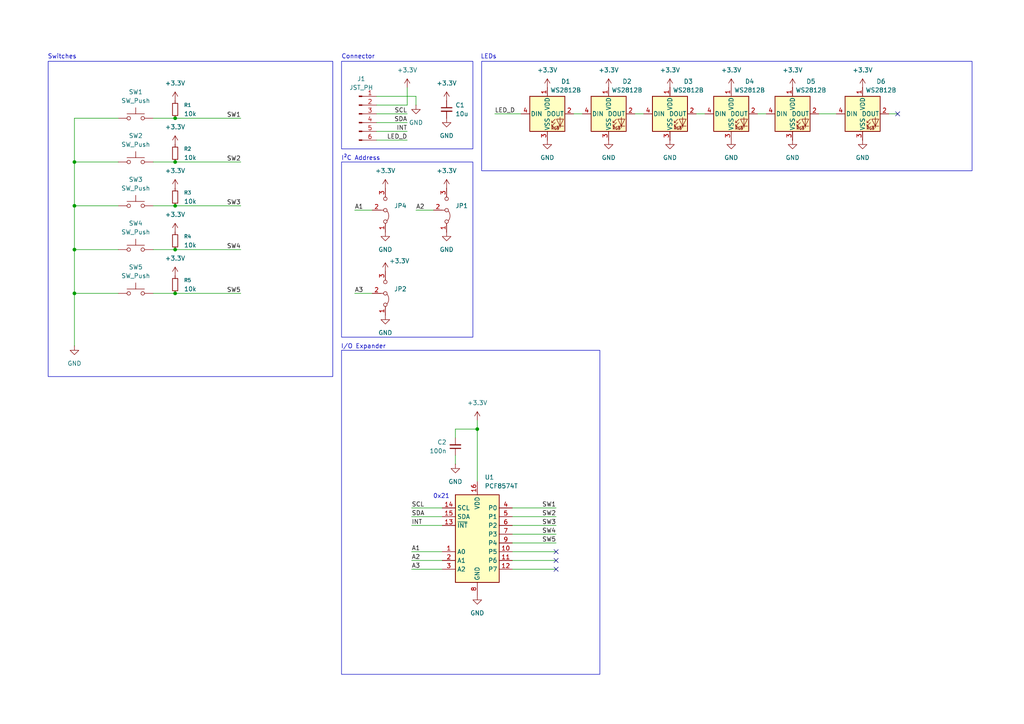
<source format=kicad_sch>
(kicad_sch (version 20250114) (generator "eeschema") (generator_version "9.0")
  (paper "A4")
  (lib_symbols
    (symbol "Connector:Conn_01x06_Pin" (pin_names (offset 1.016) (hide yes))
      (property "Reference" "J" (at 0 7.62 0))
      (property "Value" "Conn_01x06_Pin" (at 0 -10.16 0))
      (symbol "Conn_01x06_Pin_1_1"
        (rectangle (start 0.8636 5.207) (end 0 4.953) (stroke (width 0.1524)) (fill (type outline)))
        (rectangle (start 0.8636 2.667) (end 0 2.413) (stroke (width 0.1524)) (fill (type outline)))
        (rectangle (start 0.8636 0.127) (end 0 -0.127) (stroke (width 0.1524)) (fill (type outline)))
        (rectangle (start 0.8636 -2.413) (end 0 -2.667) (stroke (width 0.1524)) (fill (type outline)))
        (rectangle (start 0.8636 -4.953) (end 0 -5.207) (stroke (width 0.1524)) (fill (type outline)))
        (rectangle (start 0.8636 -7.493) (end 0 -7.747) (stroke (width 0.1524)) (fill (type outline)))
        (polyline (pts (xy 1.27 5.08) (xy 0.8636 5.08)) (stroke (width 0.1524)))
        (polyline (pts (xy 1.27 2.54) (xy 0.8636 2.54)) (stroke (width 0.1524)))
        (polyline (pts (xy 1.27 0) (xy 0.8636 0)) (stroke (width 0.1524)))
        (polyline (pts (xy 1.27 -2.54) (xy 0.8636 -2.54)) (stroke (width 0.1524)))
        (polyline (pts (xy 1.27 -5.08) (xy 0.8636 -5.08)) (stroke (width 0.1524)))
        (polyline (pts (xy 1.27 -7.62) (xy 0.8636 -7.62)) (stroke (width 0.1524)))
        (pin passive line (at 5.08 5.08 180) (length 3.81) (name "Pin_1") (number "1"))
        (pin passive line (at 5.08 2.54 180) (length 3.81) (name "Pin_2") (number "2"))
        (pin passive line (at 5.08 0 180) (length 3.81) (name "Pin_3") (number "3"))
        (pin passive line (at 5.08 -2.54 180) (length 3.81) (name "Pin_4") (number "4"))
        (pin passive line (at 5.08 -5.08 180) (length 3.81) (name "Pin_5") (number "5"))
        (pin passive line (at 5.08 -7.62 180) (length 3.81) (name "Pin_6") (number "6"))
      )
    )
    (symbol "Device:C_Small" (pin_numbers (hide yes)) (pin_names (offset 0.254) (hide yes))
      (property "Reference" "C" (at 0.254 1.778 0))
      (property "Value" "C_Small" (at 0.254 -2.032 0))
      (symbol "C_Small_0_1"
        (polyline (pts (xy -1.524 0.508) (xy 1.524 0.508)) (stroke (width 0.3048)))
        (polyline (pts (xy -1.524 -0.508) (xy 1.524 -0.508)) (stroke (width 0.3302)))
      )
      (symbol "C_Small_1_1"
        (pin passive line (at 0 2.54 270) (length 2.032) (name "~") (number "1"))
        (pin passive line (at 0 -2.54 90) (length 2.032) (name "~") (number "2"))
      )
    )
    (symbol "Device:R_Small" (pin_numbers (hide yes)) (pin_names (offset 0.254) (hide yes))
      (property "Reference" "R" (at 0 0 90))
      (property "Value" "R_Small" (at 1.778 0 90))
      (symbol "R_Small_0_1"
        (rectangle (start -0.762 1.778) (end 0.762 -1.778) (stroke (width 0.2032)))
      )
      (symbol "R_Small_1_1"
        (pin passive line (at 0 2.54 270) (length 0.762) (name "~") (number "1"))
        (pin passive line (at 0 -2.54 90) (length 0.762) (name "~") (number "2"))
      )
    )
    (symbol "Interface_Expansion:PCF8574T"
      (property "Reference" "U" (at -6.35 12.954 0))
      (property "Value" "PCF8574T" (at 3.048 12.954 0))
      (symbol "PCF8574T_0_1"
        (rectangle (start -6.35 -13.97) (end 6.35 11.43) (stroke (width 0.254)) (fill (type background)))
      )
      (symbol "PCF8574T_1_1"
        (pin input line (at -10.16 7.62 0) (length 3.81) (name "SCL") (number "14"))
        (pin bidirectional line (at -10.16 5.08 0) (length 3.81) (name "SDA") (number "15"))
        (pin open_collector line (at -10.16 2.54 0) (length 3.81) (name "~{INT}") (number "13"))
        (pin input line (at -10.16 -5.08 0) (length 3.81) (name "A0") (number "1"))
        (pin input line (at -10.16 -7.62 0) (length 3.81) (name "A1") (number "2"))
        (pin input line (at -10.16 -10.16 0) (length 3.81) (name "A2") (number "3"))
        (pin power_in line (at 0 15.24 270) (length 3.81) (name "VDD") (number "16"))
        (pin power_in line (at 0 -17.78 90) (length 3.81) (name "GND") (number "8"))
        (pin bidirectional line (at 10.16 7.62 180) (length 3.81) (name "P0") (number "4"))
        (pin bidirectional line (at 10.16 5.08 180) (length 3.81) (name "P1") (number "5"))
        (pin bidirectional line (at 10.16 2.54 180) (length 3.81) (name "P2") (number "6"))
        (pin bidirectional line (at 10.16 0 180) (length 3.81) (name "P3") (number "7"))
        (pin bidirectional line (at 10.16 -2.54 180) (length 3.81) (name "P4") (number "9"))
        (pin bidirectional line (at 10.16 -5.08 180) (length 3.81) (name "P5") (number "10"))
        (pin bidirectional line (at 10.16 -7.62 180) (length 3.81) (name "P6") (number "11"))
        (pin bidirectional line (at 10.16 -10.16 180) (length 3.81) (name "P7") (number "12"))
      )
    )
    (symbol "Jumper:Jumper_3_Bridged12" (pin_names (offset 0) (hide yes)) (in_bom no)
      (property "Reference" "JP" (at -2.54 -2.54 0))
      (property "Value" "Jumper_3_Bridged12" (at 0 2.794 0))
      (symbol "Jumper_3_Bridged12_0_0"
        (circle (center -3.302 0) (radius 0.508))
        (circle (center 0 0) (radius 0.508))
        (circle (center 3.302 0) (radius 0.508))
      )
      (symbol "Jumper_3_Bridged12_0_1"
        (arc (start -3.048 0.508) (mid -1.651 0.9912) (end -0.254 0.508))
        (polyline (pts (xy 0 -1.27) (xy 0 -0.508)))
      )
      (symbol "Jumper_3_Bridged12_1_1"
        (pin passive line (at -6.35 0 0) (length 2.54) (name "A") (number "1"))
        (pin passive line (at 0 -3.81 90) (length 2.54) (name "C") (number "2"))
        (pin passive line (at 6.35 0 180) (length 2.54) (name "B") (number "3"))
      )
    )
    (symbol "LED:WS2812B" (pin_names (offset 0.254))
      (property "Reference" "D" (at 5.08 5.715 0))
      (property "Value" "WS2812B" (at 1.27 -5.715 0))
      (symbol "WS2812B_0_0"
        (text "RGB" (at 2.286 -4.191 0) (effects (font (size 0.762 0.762))))
      )
      (symbol "WS2812B_0_1"
        (polyline (pts (xy 1.27 -2.54) (xy 1.778 -2.54)))
        (polyline (pts (xy 1.27 -3.556) (xy 1.778 -3.556)))
        (polyline (pts (xy 2.286 -1.524) (xy 1.27 -2.54) (xy 1.27 -2.032)))
        (polyline (pts (xy 2.286 -2.54) (xy 1.27 -3.556) (xy 1.27 -3.048)))
        (polyline (pts (xy 3.683 -1.016) (xy 3.683 -3.556) (xy 3.683 -4.064)))
        (polyline (pts (xy 4.699 -1.524) (xy 2.667 -1.524) (xy 3.683 -3.556) (xy 4.699 -1.524)))
        (polyline (pts (xy 4.699 -3.556) (xy 2.667 -3.556)))
        (rectangle (start 5.08 5.08) (end -5.08 -5.08) (stroke (width 0.254)) (fill (type background)))
      )
      (symbol "WS2812B_1_1"
        (pin input line (at -7.62 0 0) (length 2.54) (name "DIN") (number "4"))
        (pin power_in line (at 0 7.62 270) (length 2.54) (name "VDD") (number "1"))
        (pin power_in line (at 0 -7.62 90) (length 2.54) (name "VSS") (number "3"))
        (pin output line (at 7.62 0 180) (length 2.54) (name "DOUT") (number "2"))
      )
    )
    (symbol "Switch:SW_Push" (pin_numbers (hide yes)) (pin_names (offset 1.016) (hide yes))
      (property "Reference" "SW" (at 1.27 2.54 0))
      (property "Value" "SW_Push" (at 0 -1.524 0))
      (symbol "SW_Push_0_1"
        (circle (center -2.032 0) (radius 0.508))
        (polyline (pts (xy 0 1.27) (xy 0 3.048)))
        (circle (center 2.032 0) (radius 0.508))
        (polyline (pts (xy 2.54 1.27) (xy -2.54 1.27)))
        (pin passive line (at -5.08 0 0) (length 2.54) (name "1") (number "1"))
        (pin passive line (at 5.08 0 180) (length 2.54) (name "2") (number "2"))
      )
    )
    (symbol "power:+3.3V" (power) (pin_numbers (hide yes)) (pin_names (offset 0) (hide yes))
      (property "Value" "+3.3V" (at 0 3.556 0))
      (symbol "+3.3V_0_1"
        (polyline (pts (xy -0.762 1.27) (xy 0 2.54)))
        (polyline (pts (xy 0 2.54) (xy 0.762 1.27)))
        (polyline (pts (xy 0 0) (xy 0 2.54)))
      )
      (symbol "+3.3V_1_1"
        (pin power_in line (at 0 0 90) (length 0) (name "~") (number "1"))
      )
    )
    (symbol "power:+5V" (power) (pin_numbers (hide yes)) (pin_names (offset 0) (hide yes))
      (property "Value" "+5V" (at 0 3.556 0))
      (symbol "+5V_0_1"
        (polyline (pts (xy -0.762 1.27) (xy 0 2.54)))
        (polyline (pts (xy 0 2.54) (xy 0.762 1.27)))
        (polyline (pts (xy 0 0) (xy 0 2.54)))
      )
      (symbol "+5V_1_1"
        (pin power_in line (at 0 0 90) (length 0) (name "~") (number "1"))
      )
    )
    (symbol "power:GND" (power) (pin_numbers (hide yes)) (pin_names (offset 0) (hide yes))
      (property "Value" "GND" (at 0 -3.81 0))
      (symbol "GND_0_1"
        (polyline (pts (xy 0 0) (xy 0 -1.27) (xy 1.27 -1.27) (xy 0 -2.54) (xy -1.27 -1.27) (xy 0 -1.27)))
      )
      (symbol "GND_1_1"
        (pin power_in line (at 0 0 270) (length 0) (name "~") (number "1"))
      )
    )
  )
  (rectangle (start 99.06 101.6) (end 173.99 195.58))
  (rectangle (start 139.7 17.78) (end 281.94 49.53))
  (rectangle (start 13.97 17.78) (end 96.52 109.22))
  (rectangle (start 99.06 46.99) (end 137.16 97.79))
  (rectangle (start 99.06 17.78) (end 137.16 43.18))
  (text "0x21" (at 128.016 144.018 0) (effects (font (size 1.27 1.27))))
  (text "I/O Expander" (at 105.41 100.584 0) (effects (font (size 1.27 1.27))))
  (text "LEDs" (at 141.732 16.51 0) (effects (font (size 1.27 1.27))))
  (text "I²C Address" (at 104.648 45.974 0) (effects (font (size 1.27 1.27))))
  (text "Connector" (at 103.886 16.51 0) (effects (font (size 1.27 1.27))))
  (text "Switches" (at 18.034 16.51 0) (effects (font (size 1.27 1.27))))
  (junction (at 21.59 46.99))
  (junction (at 50.8 72.39))
  (junction (at 21.59 72.39))
  (junction (at 50.8 46.99))
  (junction (at 50.8 59.69))
  (junction (at 21.59 85.09))
  (junction (at 50.8 85.09))
  (junction (at 138.43 124.46))
  (junction (at 21.59 59.69))
  (junction (at 50.8 34.29))
  (no_connect (at 161.29 160.02))
  (no_connect (at 161.29 162.56))
  (no_connect (at 260.35 33.02))
  (no_connect (at 161.29 165.1))
  (wire (pts (xy 184.15 33.02) (xy 186.69 33.02)))
  (wire (pts (xy 138.43 124.46) (xy 138.43 139.7)))
  (wire (pts (xy 21.59 59.69) (xy 21.59 72.39)))
  (wire (pts (xy 21.59 46.99) (xy 34.29 46.99)))
  (wire (pts (xy 257.81 33.02) (xy 260.35 33.02)))
  (wire (pts (xy 143.51 33.02) (xy 151.13 33.02)))
  (wire (pts (xy 132.08 132.08) (xy 132.08 134.62)))
  (wire (pts (xy 109.22 40.64) (xy 118.11 40.64)))
  (wire (pts (xy 138.43 121.92) (xy 138.43 124.46)))
  (wire (pts (xy 21.59 34.29) (xy 21.59 46.99)))
  (wire (pts (xy 119.38 149.86) (xy 128.27 149.86)))
  (wire (pts (xy 50.8 72.39) (xy 44.45 72.39)))
  (wire (pts (xy 21.59 72.39) (xy 21.59 85.09)))
  (wire (pts (xy 21.59 59.69) (xy 34.29 59.69)))
  (wire (pts (xy 148.59 149.86) (xy 161.29 149.86)))
  (wire (pts (xy 50.8 59.69) (xy 69.85 59.69)))
  (wire (pts (xy 148.59 165.1) (xy 161.29 165.1)))
  (wire (pts (xy 148.59 162.56) (xy 161.29 162.56)))
  (wire (pts (xy 107.95 60.96) (xy 102.87 60.96)))
  (wire (pts (xy 148.59 152.4) (xy 161.29 152.4)))
  (wire (pts (xy 148.59 157.48) (xy 161.29 157.48)))
  (wire (pts (xy 50.8 85.09) (xy 44.45 85.09)))
  (wire (pts (xy 50.8 72.39) (xy 69.85 72.39)))
  (wire (pts (xy 119.38 152.4) (xy 128.27 152.4)))
  (wire (pts (xy 237.49 33.02) (xy 242.57 33.02)))
  (wire (pts (xy 107.95 85.09) (xy 102.87 85.09)))
  (wire (pts (xy 109.22 27.94) (xy 120.65 27.94)))
  (wire (pts (xy 148.59 147.32) (xy 161.29 147.32)))
  (wire (pts (xy 50.8 85.09) (xy 69.85 85.09)))
  (wire (pts (xy 50.8 46.99) (xy 69.85 46.99)))
  (wire (pts (xy 21.59 85.09) (xy 21.59 100.33)))
  (wire (pts (xy 109.22 30.48) (xy 118.11 30.48)))
  (wire (pts (xy 119.38 147.32) (xy 128.27 147.32)))
  (wire (pts (xy 109.22 33.02) (xy 118.11 33.02)))
  (wire (pts (xy 44.45 34.29) (xy 50.8 34.29)))
  (wire (pts (xy 119.38 165.1) (xy 128.27 165.1)))
  (wire (pts (xy 50.8 59.69) (xy 44.45 59.69)))
  (wire (pts (xy 120.65 27.94) (xy 120.65 30.48)))
  (wire (pts (xy 50.8 34.29) (xy 69.85 34.29)))
  (wire (pts (xy 21.59 46.99) (xy 21.59 59.69)))
  (wire (pts (xy 166.37 33.02) (xy 168.91 33.02)))
  (wire (pts (xy 109.22 35.56) (xy 118.11 35.56)))
  (wire (pts (xy 34.29 85.09) (xy 21.59 85.09)))
  (wire (pts (xy 201.93 33.02) (xy 204.47 33.02)))
  (wire (pts (xy 148.59 160.02) (xy 161.29 160.02)))
  (wire (pts (xy 132.08 124.46) (xy 132.08 127)))
  (wire (pts (xy 119.38 160.02) (xy 128.27 160.02)))
  (wire (pts (xy 219.71 33.02) (xy 222.25 33.02)))
  (wire (pts (xy 34.29 34.29) (xy 21.59 34.29)))
  (wire (pts (xy 132.08 124.46) (xy 138.43 124.46)))
  (wire (pts (xy 109.22 38.1) (xy 118.11 38.1)))
  (wire (pts (xy 50.8 46.99) (xy 44.45 46.99)))
  (wire (pts (xy 119.38 162.56) (xy 128.27 162.56)))
  (wire (pts (xy 125.73 60.96) (xy 120.65 60.96)))
  (wire (pts (xy 118.11 25.4) (xy 118.11 30.48)))
  (wire (pts (xy 21.59 72.39) (xy 34.29 72.39)))
  (wire (pts (xy 148.59 154.94) (xy 161.29 154.94)))
  (label "INT" (at 118.11 38.1 180))
  (label "SCL" (at 118.11 33.02 180))
  (label "SDA" (at 119.38 149.86 0))
  (label "SW1" (at 161.29 147.32 180))
  (label "SW2" (at 161.29 149.86 180))
  (label "LED_D" (at 143.51 33.02 0))
  (label "SW3" (at 161.29 152.4 180))
  (label "A2" (at 120.65 60.96 0))
  (label "SW4" (at 161.29 154.94 180))
  (label "A1" (at 102.87 60.96 0))
  (label "SW3" (at 69.85 59.69 180))
  (label "SW1" (at 69.85 34.29 180))
  (label "SW2" (at 69.85 46.99 180))
  (label "LED_D" (at 118.11 40.64 180))
  (label "A2" (at 119.38 162.56 0))
  (label "A3" (at 119.38 165.1 0))
  (label "A1" (at 119.38 160.02 0))
  (label "SW4" (at 69.85 72.39 180))
  (label "SW5" (at 161.29 157.48 180))
  (label "INT" (at 119.38 152.4 0))
  (label "SW5" (at 69.85 85.09 180))
  (label "SDA" (at 118.11 35.56 180))
  (label "A3" (at 102.87 85.09 0))
  (label "SCL" (at 119.38 147.32 0))
  (symbol (lib_id "Device:R_Small") (at 50.8 82.55 0) (unit 1)
    (property "Reference" "R5" (at 53.34 81.2799 0) (effects (font (size 1.016 1.016)) (justify left)))
    (property "Value" "10k" (at 53.34 83.8199 0) (effects (justify left)))
    (property "Footprint" "Resistor_SMD:R_1206_3216Metric" (effects (hide yes)))
    (property "Description" "Resistor, small symbol" (effects (hide yes)))
  )
  (symbol (lib_id "Switch:SW_Push") (at 39.37 72.39 0) (unit 1)
    (property "Reference" "SW4" (at 39.37 64.77 0))
    (property "Value" "SW_Push" (at 39.37 67.31 0))
    (property "Footprint" "Button_Switch_Keyboard:SW_Cherry_MX_1.00u_PCB" (effects (hide yes)))
    (property "Description" "Push button switch, generic, two pins" (effects (hide yes)))
  )
  (symbol (lib_id "Device:C_Small") (at 132.08 129.54 0) (mirror x) (unit 1)
    (property "Reference" "C2" (at 129.54 128.2635 0) (effects (justify right)))
    (property "Value" "100n" (at 129.54 130.8035 0) (effects (justify right)))
    (property "Footprint" "Capacitor_SMD:C_1206_3216Metric" (effects (hide yes)))
    (property "Description" "Unpolarized capacitor, small symbol" (effects (hide yes)))
  )
  (symbol (lib_id "Switch:SW_Push") (at 39.37 34.29 0) (unit 1)
    (property "Reference" "SW1" (at 39.37 26.67 0))
    (property "Value" "SW_Push" (at 39.37 29.21 0))
    (property "Footprint" "Button_Switch_Keyboard:SW_Cherry_MX_1.00u_PCB" (effects (hide yes)))
    (property "Description" "Push button switch, generic, two pins" (effects (hide yes)))
  )
  (symbol (lib_id "LED:WS2812B") (at 250.19 33.02 0) (unit 1)
    (property "Reference" "D6" (at 255.524 23.622 0))
    (property "Value" "WS2812B" (at 255.524 26.162 0))
    (property "Footprint" "LED_SMD:LED_WS2812B_PLCC4_5.0x5.0mm_P3.2mm" (effects (hide yes)))
    (property "Datasheet" "https://cdn-shop.adafruit.com/datasheets/WS2812B.pdf" (effects (hide yes)))
    (property "Description" "RGB LED with integrated controller" (effects (hide yes)))
  )
  (symbol (lib_id "power:GND") (at 129.54 34.29 0) (unit 1)
    (property "Reference" "#PWR016" (effects (hide yes)))
    (property "Value" "GND" (at 129.54 39.37 0))
    (property "Description" "Power symbol creates a global label with name \"GND\" , ground" (effects (hide yes)))
  )
  (symbol (lib_id "power:+5V") (at 158.75 25.4 0) (unit 1)
    (property "Reference" "#PWR07" (effects (hide yes)))
    (property "Value" "+3.3V" (at 158.75 20.32 0))
    (property "Description" "Power symbol creates a global label with name \"+5V\"" (effects (hide yes)))
  )
  (symbol (lib_id "power:+5V") (at 176.53 25.4 0) (unit 1)
    (property "Reference" "#PWR018" (effects (hide yes)))
    (property "Value" "+3.3V" (at 176.53 20.32 0))
    (property "Description" "Power symbol creates a global label with name \"+5V\"" (effects (hide yes)))
  )
  (symbol (lib_id "power:GND") (at 120.65 30.48 0) (unit 1)
    (property "Reference" "#PWR08" (effects (hide yes)))
    (property "Value" "GND" (at 120.65 35.56 0))
    (property "Description" "Power symbol creates a global label with name \"GND\" , ground" (effects (hide yes)))
  )
  (symbol (lib_id "power:GND") (at 111.76 67.31 0) (unit 1)
    (property "Reference" "#PWR011" (effects (hide yes)))
    (property "Value" "GND" (at 111.76 72.39 0))
    (property "Description" "Power symbol creates a global label with name \"GND\" , ground" (effects (hide yes)))
  )
  (symbol (lib_id "Device:R_Small") (at 50.8 44.45 0) (unit 1)
    (property "Reference" "R2" (at 53.34 43.1799 0) (effects (font (size 1.016 1.016)) (justify left)))
    (property "Value" "10k" (at 53.34 45.7199 0) (effects (justify left)))
    (property "Footprint" "Resistor_SMD:R_1206_3216Metric" (effects (hide yes)))
    (property "Description" "Resistor, small symbol" (effects (hide yes)))
  )
  (symbol (lib_id "Device:R_Small") (at 50.8 57.15 0) (unit 1)
    (property "Reference" "R3" (at 53.34 55.8799 0) (effects (font (size 1.016 1.016)) (justify left)))
    (property "Value" "10k" (at 53.34 58.4199 0) (effects (justify left)))
    (property "Footprint" "Resistor_SMD:R_1206_3216Metric" (effects (hide yes)))
    (property "Description" "Resistor, small symbol" (effects (hide yes)))
  )
  (symbol (lib_id "power:GND") (at 176.53 40.64 0) (unit 1)
    (property "Reference" "#PWR021" (effects (hide yes)))
    (property "Value" "GND" (at 176.53 45.72 0))
    (property "Description" "Power symbol creates a global label with name \"GND\" , ground" (effects (hide yes)))
  )
  (symbol (lib_id "LED:WS2812B") (at 229.87 33.02 0) (unit 1)
    (property "Reference" "D5" (at 235.204 23.622 0))
    (property "Value" "WS2812B" (at 235.204 26.162 0))
    (property "Footprint" "LED_SMD:LED_WS2812B_PLCC4_5.0x5.0mm_P3.2mm" (effects (hide yes)))
    (property "Datasheet" "https://cdn-shop.adafruit.com/datasheets/WS2812B.pdf" (effects (hide yes)))
    (property "Description" "RGB LED with integrated controller" (effects (hide yes)))
  )
  (symbol (lib_id "power:GND") (at 158.75 40.64 0) (unit 1)
    (property "Reference" "#PWR020" (effects (hide yes)))
    (property "Value" "GND" (at 158.75 45.72 0))
    (property "Description" "Power symbol creates a global label with name \"GND\" , ground" (effects (hide yes)))
  )
  (symbol (lib_id "power:GND") (at 194.31 40.64 0) (unit 1)
    (property "Reference" "#PWR022" (effects (hide yes)))
    (property "Value" "GND" (at 194.31 45.72 0))
    (property "Description" "Power symbol creates a global label with name \"GND\" , ground" (effects (hide yes)))
  )
  (symbol (lib_id "Interface_Expansion:PCF8574T") (at 138.43 154.94 0) (unit 1)
    (property "Reference" "U1" (at 140.5733 138.43 0) (effects (justify left)))
    (property "Value" "PCF8574T" (at 140.5733 140.97 0) (effects (justify left)))
    (property "Footprint" "Package_SO:SOIC-16W_7.5x10.3mm_P1.27mm" (effects (hide yes)))
    (property "Datasheet" "http://www.nxp.com/docs/en/data-sheet/PCF8574_PCF8574A.pdf" (effects (hide yes)))
    (property "Description" "8 Bit Port/Expander to I2C Bus, fixed address bits 0b0100, SOIC-16" (effects (hide yes)))
  )
  (symbol (lib_id "Switch:SW_Push") (at 39.37 85.09 0) (unit 1)
    (property "Reference" "SW5" (at 39.37 77.47 0))
    (property "Value" "SW_Push" (at 39.37 80.01 0))
    (property "Footprint" "Button_Switch_Keyboard:SW_Cherry_MX_1.00u_PCB" (effects (hide yes)))
    (property "Description" "Push button switch, generic, two pins" (effects (hide yes)))
  )
  (symbol (lib_id "LED:WS2812B") (at 212.09 33.02 0) (unit 1)
    (property "Reference" "D4" (at 217.424 23.622 0))
    (property "Value" "WS2812B" (at 217.424 26.162 0))
    (property "Footprint" "LED_SMD:LED_WS2812B_PLCC4_5.0x5.0mm_P3.2mm" (effects (hide yes)))
    (property "Datasheet" "https://cdn-shop.adafruit.com/datasheets/WS2812B.pdf" (effects (hide yes)))
    (property "Description" "RGB LED with integrated controller" (effects (hide yes)))
  )
  (symbol (lib_id "power:+5V") (at 138.43 121.92 0) (unit 1)
    (property "Reference" "#PWR068" (effects (hide yes)))
    (property "Value" "+3.3V" (at 138.43 116.84 0))
    (property "Description" "Power symbol creates a global label with name \"+5V\"" (effects (hide yes)))
  )
  (symbol (lib_id "power:+5V") (at 50.8 29.21 0) (unit 1)
    (property "Reference" "#PWR02" (effects (hide yes)))
    (property "Value" "+3.3V" (at 50.8 24.13 0))
    (property "Description" "Power symbol creates a global label with name \"+5V\"" (effects (hide yes)))
  )
  (symbol (lib_id "power:GND") (at 21.59 100.33 0) (unit 1)
    (property "Reference" "#PWR01" (effects (hide yes)))
    (property "Value" "GND" (at 21.59 105.41 0))
    (property "Description" "Power symbol creates a global label with name \"GND\" , ground" (effects (hide yes)))
  )
  (symbol (lib_id "LED:WS2812B") (at 194.31 33.02 0) (unit 1)
    (property "Reference" "D3" (at 199.644 23.622 0))
    (property "Value" "WS2812B" (at 199.644 26.162 0))
    (property "Footprint" "LED_SMD:LED_WS2812B_PLCC4_5.0x5.0mm_P3.2mm" (effects (hide yes)))
    (property "Datasheet" "https://cdn-shop.adafruit.com/datasheets/WS2812B.pdf" (effects (hide yes)))
    (property "Description" "RGB LED with integrated controller" (effects (hide yes)))
  )
  (symbol (lib_id "power:+3.3V") (at 129.54 54.61 0) (unit 1)
    (property "Reference" "#PWR012" (effects (hide yes)))
    (property "Value" "+3.3V" (at 129.54 49.53 0))
    (property "Description" "Power symbol creates a global label with name \"+3.3V\"" (effects (hide yes)))
  )
  (symbol (lib_id "power:+5V") (at 50.8 41.91 0) (unit 1)
    (property "Reference" "#PWR03" (effects (hide yes)))
    (property "Value" "+3.3V" (at 50.8 36.83 0))
    (property "Description" "Power symbol creates a global label with name \"+5V\"" (effects (hide yes)))
  )
  (symbol (lib_id "power:+5V") (at 118.11 25.4 0) (unit 1)
    (property "Reference" "#PWR09" (effects (hide yes)))
    (property "Value" "+3.3V" (at 118.11 20.32 0))
    (property "Description" "Power symbol creates a global label with name \"+5V\"" (effects (hide yes)))
  )
  (symbol (lib_id "power:+5V") (at 212.09 25.4 0) (unit 1)
    (property "Reference" "#PWR023" (effects (hide yes)))
    (property "Value" "+3.3V" (at 212.09 20.32 0))
    (property "Description" "Power symbol creates a global label with name \"+5V\"" (effects (hide yes)))
  )
  (symbol (lib_id "Switch:SW_Push") (at 39.37 46.99 0) (unit 1)
    (property "Reference" "SW2" (at 39.37 39.37 0))
    (property "Value" "SW_Push" (at 39.37 41.91 0))
    (property "Footprint" "Button_Switch_Keyboard:SW_Cherry_MX_1.00u_PCB" (effects (hide yes)))
    (property "Description" "Push button switch, generic, two pins" (effects (hide yes)))
  )
  (symbol (lib_id "power:GND") (at 138.43 172.72 0) (unit 1)
    (property "Reference" "#PWR069" (effects (hide yes)))
    (property "Value" "GND" (at 138.43 177.8 0))
    (property "Description" "Power symbol creates a global label with name \"GND\" , ground" (effects (hide yes)))
  )
  (symbol (lib_id "power:+5V") (at 129.54 29.21 0) (unit 1)
    (property "Reference" "#PWR017" (effects (hide yes)))
    (property "Value" "+3.3V" (at 129.54 24.13 0))
    (property "Description" "Power symbol creates a global label with name \"+5V\"" (effects (hide yes)))
  )
  (symbol (lib_id "Jumper:Jumper_3_Bridged12") (at 111.76 85.09 270) (mirror x) (unit 1) (in_bom no)
    (property "Reference" "JP2" (at 114.3 83.8199 90) (effects (justify left)))
    (property "Value" "Jumper_3_Bridged12" (effects (hide yes)))
    (property "Footprint" "Jumper:SolderJumper-3_P1.3mm_Bridged2Bar12_Pad1.0x1.5mm" (effects (hide yes)))
    (property "Description" "Jumper, 3-pole, pins 1+2 closed/bridged" (effects (hide yes)))
  )
  (symbol (lib_id "power:GND") (at 212.09 40.64 0) (unit 1)
    (property "Reference" "#PWR024" (effects (hide yes)))
    (property "Value" "GND" (at 212.09 45.72 0))
    (property "Description" "Power symbol creates a global label with name \"GND\" , ground" (effects (hide yes)))
  )
  (symbol (lib_id "Device:C_Small") (at 129.54 31.75 0) (unit 1)
    (property "Reference" "C1" (at 132.08 30.4862 0) (effects (justify left)))
    (property "Value" "10u" (at 132.08 33.0262 0) (effects (justify left)))
    (property "Footprint" "Capacitor_THT:C_Radial_D6.3mm_H11.0mm_P2.50mm" (effects (hide yes)))
    (property "Description" "Unpolarized capacitor, small symbol" (effects (hide yes)))
  )
  (symbol (lib_id "power:GND") (at 111.76 91.44 0) (unit 1)
    (property "Reference" "#PWR015" (effects (hide yes)))
    (property "Value" "GND" (at 111.76 96.52 0))
    (property "Description" "Power symbol creates a global label with name \"GND\" , ground" (effects (hide yes)))
  )
  (symbol (lib_id "Connector:Conn_01x06_Pin") (at 104.14 33.02 0) (unit 1)
    (property "Reference" "J1" (at 104.775 22.86 0))
    (property "Value" "JST_PH" (at 104.775 25.4 0))
    (property "Footprint" "Connector_JST:JST_PH_B6B-PH-K_1x06_P2.00mm_Vertical" (effects (hide yes)))
    (property "Description" "Generic connector, single row, 01x06, script generated" (effects (hide yes)))
  )
  (symbol (lib_id "power:+5V") (at 50.8 80.01 0) (unit 1)
    (property "Reference" "#PWR06" (effects (hide yes)))
    (property "Value" "+3.3V" (at 50.8 74.93 0))
    (property "Description" "Power symbol creates a global label with name \"+5V\"" (effects (hide yes)))
  )
  (symbol (lib_id "Switch:SW_Push") (at 39.37 59.69 0) (unit 1)
    (property "Reference" "SW3" (at 39.37 52.07 0))
    (property "Value" "SW_Push" (at 39.37 54.61 0))
    (property "Footprint" "Button_Switch_Keyboard:SW_Cherry_MX_1.00u_PCB" (effects (hide yes)))
    (property "Description" "Push button switch, generic, two pins" (effects (hide yes)))
  )
  (symbol (lib_id "power:GND") (at 250.19 40.64 0) (unit 1)
    (property "Reference" "#PWR028" (effects (hide yes)))
    (property "Value" "GND" (at 250.19 45.72 0))
    (property "Description" "Power symbol creates a global label with name \"GND\" , ground" (effects (hide yes)))
  )
  (symbol (lib_id "power:+3.3V") (at 111.76 78.74 0) (unit 1)
    (property "Reference" "#PWR014" (effects (hide yes)))
    (property "Value" "+3.3V" (at 115.824 75.692 0))
    (property "Description" "Power symbol creates a global label with name \"+3.3V\"" (effects (hide yes)))
  )
  (symbol (lib_id "power:GND") (at 229.87 40.64 0) (unit 1)
    (property "Reference" "#PWR026" (effects (hide yes)))
    (property "Value" "GND" (at 229.87 45.72 0))
    (property "Description" "Power symbol creates a global label with name \"GND\" , ground" (effects (hide yes)))
  )
  (symbol (lib_id "Device:R_Small") (at 50.8 69.85 0) (unit 1)
    (property "Reference" "R4" (at 53.34 68.5799 0) (effects (font (size 1.016 1.016)) (justify left)))
    (property "Value" "10k" (at 53.34 71.1199 0) (effects (justify left)))
    (property "Footprint" "Resistor_SMD:R_1206_3216Metric" (effects (hide yes)))
    (property "Description" "Resistor, small symbol" (effects (hide yes)))
  )
  (symbol (lib_id "Device:R_Small") (at 50.8 31.75 0) (unit 1)
    (property "Reference" "R1" (at 53.34 30.4799 0) (effects (font (size 1.016 1.016)) (justify left)))
    (property "Value" "10k" (at 53.34 33.0199 0) (effects (justify left)))
    (property "Footprint" "Resistor_SMD:R_1206_3216Metric" (effects (hide yes)))
    (property "Description" "Resistor, small symbol" (effects (hide yes)))
  )
  (symbol (lib_id "Jumper:Jumper_3_Bridged12") (at 129.54 60.96 270) (mirror x) (unit 1) (in_bom no)
    (property "Reference" "JP1" (at 132.08 59.6899 90) (effects (justify left)))
    (property "Value" "Jumper_3_Bridged12" (effects (hide yes)))
    (property "Footprint" "Jumper:SolderJumper-3_P1.3mm_Bridged2Bar12_Pad1.0x1.5mm" (effects (hide yes)))
    (property "Description" "Jumper, 3-pole, pins 1+2 closed/bridged" (effects (hide yes)))
  )
  (symbol (lib_id "power:+3.3V") (at 111.76 54.61 0) (unit 1)
    (property "Reference" "#PWR010" (effects (hide yes)))
    (property "Value" "+3.3V" (at 111.76 49.53 0))
    (property "Description" "Power symbol creates a global label with name \"+3.3V\"" (effects (hide yes)))
  )
  (symbol (lib_id "power:+5V") (at 250.19 25.4 0) (unit 1)
    (property "Reference" "#PWR027" (effects (hide yes)))
    (property "Value" "+3.3V" (at 250.19 20.32 0))
    (property "Description" "Power symbol creates a global label with name \"+5V\"" (effects (hide yes)))
  )
  (symbol (lib_id "LED:WS2812B") (at 158.75 33.02 0) (unit 1)
    (property "Reference" "D1" (at 164.084 23.622 0))
    (property "Value" "WS2812B" (at 164.084 26.162 0))
    (property "Footprint" "LED_SMD:LED_WS2812B_PLCC4_5.0x5.0mm_P3.2mm" (effects (hide yes)))
    (property "Datasheet" "https://cdn-shop.adafruit.com/datasheets/WS2812B.pdf" (effects (hide yes)))
    (property "Description" "RGB LED with integrated controller" (effects (hide yes)))
  )
  (symbol (lib_id "power:+5V") (at 50.8 54.61 0) (unit 1)
    (property "Reference" "#PWR04" (effects (hide yes)))
    (property "Value" "+3.3V" (at 50.8 49.53 0))
    (property "Description" "Power symbol creates a global label with name \"+5V\"" (effects (hide yes)))
  )
  (symbol (lib_id "LED:WS2812B") (at 176.53 33.02 0) (unit 1)
    (property "Reference" "D2" (at 181.864 23.622 0))
    (property "Value" "WS2812B" (at 181.864 26.162 0))
    (property "Footprint" "LED_SMD:LED_WS2812B_PLCC4_5.0x5.0mm_P3.2mm" (effects (hide yes)))
    (property "Datasheet" "https://cdn-shop.adafruit.com/datasheets/WS2812B.pdf" (effects (hide yes)))
    (property "Description" "RGB LED with integrated controller" (effects (hide yes)))
  )
  (symbol (lib_id "power:GND") (at 129.54 67.31 0) (unit 1)
    (property "Reference" "#PWR013" (effects (hide yes)))
    (property "Value" "GND" (at 129.54 72.39 0))
    (property "Description" "Power symbol creates a global label with name \"GND\" , ground" (effects (hide yes)))
  )
  (symbol (lib_id "Jumper:Jumper_3_Bridged12") (at 111.76 60.96 270) (mirror x) (unit 1) (in_bom no)
    (property "Reference" "JP4" (at 114.3 59.6899 90) (effects (justify left)))
    (property "Value" "Jumper_3_Bridged12" (effects (hide yes)))
    (property "Footprint" "Jumper:SolderJumper-3_P1.3mm_Bridged2Bar12_Pad1.0x1.5mm" (effects (hide yes)))
    (property "Description" "Jumper, 3-pole, pins 1+2 closed/bridged" (effects (hide yes)))
  )
  (symbol (lib_id "power:+5V") (at 229.87 25.4 0) (unit 1)
    (property "Reference" "#PWR025" (effects (hide yes)))
    (property "Value" "+3.3V" (at 229.87 20.32 0))
    (property "Description" "Power symbol creates a global label with name \"+5V\"" (effects (hide yes)))
  )
  (symbol (lib_id "power:+5V") (at 50.8 67.31 0) (unit 1)
    (property "Reference" "#PWR05" (effects (hide yes)))
    (property "Value" "+3.3V" (at 50.8 62.23 0))
    (property "Description" "Power symbol creates a global label with name \"+5V\"" (effects (hide yes)))
  )
  (symbol (lib_id "power:+5V") (at 194.31 25.4 0) (unit 1)
    (property "Reference" "#PWR019" (effects (hide yes)))
    (property "Value" "+3.3V" (at 194.31 20.32 0))
    (property "Description" "Power symbol creates a global label with name \"+5V\"" (effects (hide yes)))
  )
  (symbol (lib_id "power:GND") (at 132.08 134.62 0) (unit 1)
    (property "Reference" "#PWR067" (effects (hide yes)))
    (property "Value" "GND" (at 132.08 139.7 0))
    (property "Description" "Power symbol creates a global label with name \"GND\" , ground" (effects (hide yes)))
  )
)
</source>
